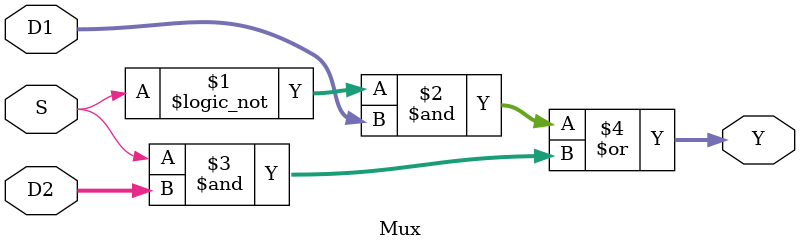
<source format=v>
`timescale 1ns / 1ps

module Mux (
 D1 , D2 , S , Y
 );

 input S; // select line
 input [ 31 : 0 ] D1;
 input [ 31 : 0 ] D2;

 output [ 31 : 0 ] Y;

 assign Y = (!S & D1) | (S & D2 );

endmodule // Mux

</source>
